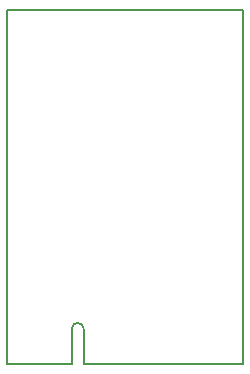
<source format=gbr>
G04 #@! TF.GenerationSoftware,KiCad,Pcbnew,5.1.4-e60b266~84~ubuntu16.04.1*
G04 #@! TF.CreationDate,2019-11-09T12:49:13+01:00*
G04 #@! TF.ProjectId,MiniVarioL0,4d696e69-5661-4726-996f-4c302e6b6963,v1.0.0*
G04 #@! TF.SameCoordinates,PX84157a0PY7270e00*
G04 #@! TF.FileFunction,Profile,NP*
%FSLAX46Y46*%
G04 Gerber Fmt 4.6, Leading zero omitted, Abs format (unit mm)*
G04 Created by KiCad (PCBNEW 5.1.4-e60b266~84~ubuntu16.04.1) date 2019-11-09 12:49:13*
%MOMM*%
%LPD*%
G04 APERTURE LIST*
%ADD10C,0.150000*%
G04 APERTURE END LIST*
D10*
X5500001Y3000000D02*
G75*
G02X6499999Y3000000I499999J0D01*
G01*
X20000000Y0D02*
X6500000Y0D01*
X6500000Y0D02*
X6500000Y3000000D01*
X5500000Y0D02*
X5500000Y3000000D01*
X0Y0D02*
X0Y30000000D01*
X5500000Y0D02*
X0Y0D01*
X20000000Y30000000D02*
X20000000Y0D01*
X0Y30000000D02*
X20000000Y30000000D01*
M02*

</source>
